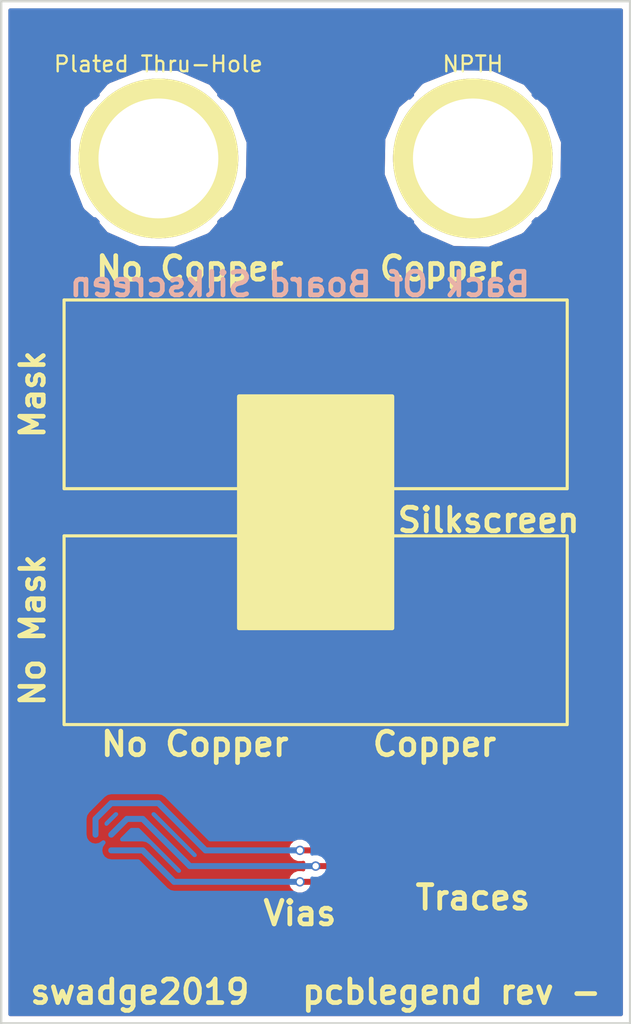
<source format=kicad_pcb>
(kicad_pcb (version 4) (host pcbnew 4.0.2+dfsg1-stable)

  (general
    (links 0)
    (no_connects 0)
    (area 134.924999 94.924999 175.075001 160.075001)
    (thickness 1.6)
    (drawings 25)
    (tracks 26)
    (zones 0)
    (modules 2)
    (nets 1)
  )

  (page A4)
  (layers
    (0 F.Cu signal)
    (31 B.Cu signal)
    (32 B.Adhes user)
    (33 F.Adhes user)
    (34 B.Paste user)
    (35 F.Paste user)
    (36 B.SilkS user)
    (37 F.SilkS user)
    (38 B.Mask user)
    (39 F.Mask user)
    (40 Dwgs.User user)
    (41 Cmts.User user)
    (42 Eco1.User user)
    (43 Eco2.User user)
    (44 Edge.Cuts user)
    (45 Margin user)
    (46 B.CrtYd user)
    (47 F.CrtYd user)
    (48 B.Fab user)
    (49 F.Fab user)
  )

  (setup
    (last_trace_width 0.381)
    (trace_clearance 0.254)
    (zone_clearance 0.381)
    (zone_45_only yes)
    (trace_min 0.2)
    (segment_width 0.2)
    (edge_width 0.15)
    (via_size 0.6)
    (via_drill 0.4)
    (via_min_size 0.4)
    (via_min_drill 0.3)
    (uvia_size 0.3)
    (uvia_drill 0.1)
    (uvias_allowed no)
    (uvia_min_size 0)
    (uvia_min_drill 0)
    (pcb_text_width 0.3)
    (pcb_text_size 1.5 1.5)
    (mod_edge_width 0.15)
    (mod_text_size 1 1)
    (mod_text_width 0.15)
    (pad_size 10.16 10.16)
    (pad_drill 7.62)
    (pad_to_mask_clearance 0.2)
    (aux_axis_origin 0 0)
    (visible_elements FFFFFF7F)
    (pcbplotparams
      (layerselection 0x010fc_80000001)
      (usegerberextensions true)
      (excludeedgelayer true)
      (linewidth 0.100000)
      (plotframeref false)
      (viasonmask false)
      (mode 1)
      (useauxorigin false)
      (hpglpennumber 1)
      (hpglpenspeed 20)
      (hpglpendiameter 15)
      (hpglpenoverlay 2)
      (psnegative false)
      (psa4output false)
      (plotreference true)
      (plotvalue true)
      (plotinvisibletext false)
      (padsonsilk false)
      (subtractmaskfromsilk false)
      (outputformat 1)
      (mirror false)
      (drillshape 0)
      (scaleselection 1)
      (outputdirectory pcbleged-rev-))
  )

  (net 0 "")

  (net_class Default "This is the default net class."
    (clearance 0.254)
    (trace_width 0.381)
    (via_dia 0.6)
    (via_drill 0.4)
    (uvia_dia 0.3)
    (uvia_drill 0.1)
  )

  (module SMTPIN.1 (layer F.Cu) (tedit 5BF45745) (tstamp 5BF456AE)
    (at 145 105)
    (path /5BF45655)
    (fp_text reference P1 (at 0 2.032) (layer F.SilkS)
      (effects (font (size 1 1) (thickness 0.15)))
    )
    (fp_text value "Plated Thru-Hole" (at 0 -6) (layer F.SilkS)
      (effects (font (size 1 1) (thickness 0.15)))
    )
    (pad 1 thru_hole circle (at 0 0) (size 10.16 10.16) (drill 7.62) (layers *.Cu *.Mask F.SilkS))
  )

  (module SMTPIN.1 (layer F.Cu) (tedit 5BF45D6E) (tstamp 5BF45D46)
    (at 165 105)
    (path /5BF45D3B)
    (fp_text reference P2 (at 0 2.032) (layer F.SilkS)
      (effects (font (size 1 1) (thickness 0.15)))
    )
    (fp_text value NPTH (at 0 -6) (layer F.SilkS)
      (effects (font (size 1 1) (thickness 0.15)))
    )
    (pad "" np_thru_hole circle (at 0 0) (size 10.16 10.16) (drill 7.62) (layers *.Cu *.Mask F.SilkS))
  )

  (gr_text "swadge2019   pcblegend rev -" (at 155 158) (layer F.SilkS)
    (effects (font (size 1.5 1.5) (thickness 0.3)))
  )
  (gr_text Vias (at 154 153) (layer F.SilkS)
    (effects (font (size 1.5 1.5) (thickness 0.3)))
  )
  (gr_text Traces (at 165 152) (layer F.SilkS)
    (effects (font (size 1.5 1.5) (thickness 0.3)))
  )
  (gr_text "No Copper" (at 147 112) (layer F.SilkS)
    (effects (font (size 1.5 1.5) (thickness 0.3)))
  )
  (gr_text Copper (at 163 112) (layer F.SilkS)
    (effects (font (size 1.5 1.5) (thickness 0.3)))
  )
  (gr_text "Back of Board No-Soldermask " (at 155 157) (layer B.Mask)
    (effects (font (size 1.5 1.5) (thickness 0.3)) (justify mirror))
  )
  (gr_text "Back Of Board Silkscreen" (at 154 113) (layer B.SilkS)
    (effects (font (size 1.5 1.5) (thickness 0.3)) (justify mirror))
  )
  (gr_text Copper (at 162.56 142.24) (layer F.SilkS)
    (effects (font (size 1.5 1.5) (thickness 0.3)))
  )
  (gr_text "No Copper" (at 147.32 142.24) (layer F.SilkS)
    (effects (font (size 1.5 1.5) (thickness 0.3)))
  )
  (gr_text Silkscreen (at 166 128) (layer F.SilkS)
    (effects (font (size 1.5 1.5) (thickness 0.3)))
  )
  (gr_text "No Mask" (at 137 135 90) (layer F.SilkS)
    (effects (font (size 1.5 1.5) (thickness 0.3)))
  )
  (gr_text Mask (at 137 120 90) (layer F.SilkS)
    (effects (font (size 1.5 1.5) (thickness 0.3)))
  )
  (gr_line (start 139 141) (end 139 129) (angle 90) (layer F.SilkS) (width 0.2))
  (gr_line (start 171 141) (end 139 141) (angle 90) (layer F.SilkS) (width 0.2))
  (gr_line (start 171 129) (end 171 141) (angle 90) (layer F.SilkS) (width 0.2))
  (gr_line (start 139 129) (end 171 129) (angle 90) (layer F.SilkS) (width 0.2))
  (gr_line (start 139 114) (end 139 126) (angle 90) (layer F.SilkS) (width 0.2))
  (gr_line (start 171 114) (end 139 114) (angle 90) (layer F.SilkS) (width 0.2))
  (gr_line (start 171 126) (end 171 114) (angle 90) (layer F.SilkS) (width 0.2))
  (gr_line (start 139 126) (end 171 126) (angle 90) (layer F.SilkS) (width 0.2))
  (gr_line (start 175 95) (end 135 95) (angle 90) (layer Edge.Cuts) (width 0.15))
  (gr_line (start 175 160) (end 175 95) (angle 90) (layer Edge.Cuts) (width 0.15))
  (gr_line (start 135 160) (end 175 160) (angle 90) (layer Edge.Cuts) (width 0.15))
  (gr_line (start 135 160) (end 135 145) (angle 90) (layer Edge.Cuts) (width 0.15))
  (gr_line (start 135 145) (end 135 95) (angle 90) (layer Edge.Cuts) (width 0.15))

  (segment (start 142 149) (end 144 149) (width 0.381) (layer B.Cu) (net 0))
  (segment (start 167 150) (end 169 148) (width 0.381) (layer F.Cu) (net 0) (tstamp 5BF45AF6))
  (segment (start 160 150) (end 167 150) (width 0.381) (layer F.Cu) (net 0) (tstamp 5BF45AF5))
  (segment (start 159 151) (end 160 150) (width 0.381) (layer F.Cu) (net 0) (tstamp 5BF45AF4))
  (segment (start 154 151) (end 159 151) (width 0.381) (layer F.Cu) (net 0) (tstamp 5BF45AF3))
  (via (at 154 151) (size 0.6) (drill 0.4) (layers F.Cu B.Cu) (net 0))
  (segment (start 146 151) (end 154 151) (width 0.381) (layer B.Cu) (net 0) (tstamp 5BF45AF0))
  (segment (start 144 149) (end 146 151) (width 0.381) (layer B.Cu) (net 0) (tstamp 5BF45AED))
  (segment (start 167 148) (end 160 148) (width 0.381) (layer F.Cu) (net 0))
  (segment (start 143 147) (end 142 148) (width 0.381) (layer B.Cu) (net 0) (tstamp 5BF45AD7))
  (segment (start 144 147) (end 143 147) (width 0.381) (layer B.Cu) (net 0) (tstamp 5BF45AD6))
  (segment (start 147 150) (end 144 147) (width 0.381) (layer B.Cu) (net 0) (tstamp 5BF45AD5))
  (segment (start 148 150) (end 147 150) (width 0.381) (layer B.Cu) (net 0) (tstamp 5BF45AD4))
  (segment (start 155 150) (end 148 150) (width 0.381) (layer B.Cu) (net 0) (tstamp 5BF45AD3))
  (via (at 155 150) (size 0.6) (drill 0.4) (layers F.Cu B.Cu) (net 0))
  (segment (start 158 150) (end 155 150) (width 0.381) (layer F.Cu) (net 0) (tstamp 5BF45AD0))
  (segment (start 160 148) (end 158 150) (width 0.381) (layer F.Cu) (net 0) (tstamp 5BF45ACE))
  (segment (start 157 149) (end 159 147) (width 0.381) (layer F.Cu) (net 0))
  (segment (start 154 149) (end 157 149) (width 0.381) (layer F.Cu) (net 0) (tstamp 5BF45AC8))
  (segment (start 141 148) (end 141 147) (width 0.381) (layer B.Cu) (net 0))
  (segment (start 148 149) (end 154 149) (width 0.381) (layer B.Cu) (net 0) (tstamp 5BF45AC3))
  (segment (start 145 146) (end 148 149) (width 0.381) (layer B.Cu) (net 0) (tstamp 5BF45AC2))
  (segment (start 142 146) (end 145 146) (width 0.381) (layer B.Cu) (net 0) (tstamp 5BF45AC1))
  (segment (start 141 147) (end 142 146) (width 0.381) (layer B.Cu) (net 0) (tstamp 5BF45AC0))
  (via (at 154 149) (size 0.6) (drill 0.4) (layers F.Cu B.Cu) (net 0))
  (segment (start 159 147) (end 167 147) (width 0.381) (layer F.Cu) (net 0) (tstamp 5BF45ACB))

  (zone (net 0) (net_name "") (layer F.Cu) (tstamp 5BF456E4) (hatch edge 0.508)
    (connect_pads (clearance 0.381))
    (min_thickness 0.254)
    (fill yes (arc_segments 16) (thermal_gap 0.508) (thermal_bridge_width 0.508))
    (polygon
      (pts
        (xy 135 95) (xy 175 95) (xy 175 160) (xy 135 160)
      )
    )
    (filled_polygon
      (pts
        (xy 174.417 159.417) (xy 135.583 159.417) (xy 135.583 149.160016) (xy 153.19186 149.160016) (xy 153.314611 149.457097)
        (xy 153.541707 149.68459) (xy 153.838574 149.80786) (xy 154.160016 149.80814) (xy 154.214048 149.785815) (xy 154.19214 149.838574)
        (xy 154.19186 150.160016) (xy 154.214185 150.214048) (xy 154.161426 150.19214) (xy 153.839984 150.19186) (xy 153.542903 150.314611)
        (xy 153.31541 150.541707) (xy 153.19214 150.838574) (xy 153.19186 151.160016) (xy 153.314611 151.457097) (xy 153.541707 151.68459)
        (xy 153.838574 151.80786) (xy 154.160016 151.80814) (xy 154.425366 151.6985) (xy 159 151.6985) (xy 159.267305 151.64533)
        (xy 159.493914 151.493914) (xy 160.289328 150.6985) (xy 167 150.6985) (xy 167.267305 150.64533) (xy 167.493914 150.493914)
        (xy 169.493914 148.493914) (xy 169.64533 148.267305) (xy 169.6985 148) (xy 169.64533 147.732695) (xy 169.493914 147.506086)
        (xy 169.267305 147.35467) (xy 169 147.3015) (xy 168.732695 147.35467) (xy 168.506086 147.506086) (xy 166.710672 149.3015)
        (xy 160 149.3015) (xy 159.732696 149.35467) (xy 159.506086 149.506086) (xy 158.710672 150.3015) (xy 158.686328 150.3015)
        (xy 160.289328 148.6985) (xy 167 148.6985) (xy 167.267304 148.64533) (xy 167.493914 148.493914) (xy 167.64533 148.267304)
        (xy 167.6985 148) (xy 167.64533 147.732696) (xy 167.493914 147.506086) (xy 167.484806 147.5) (xy 167.493914 147.493914)
        (xy 167.64533 147.267304) (xy 167.6985 147) (xy 167.64533 146.732696) (xy 167.493914 146.506086) (xy 167.267304 146.35467)
        (xy 167 146.3015) (xy 159 146.3015) (xy 158.732695 146.35467) (xy 158.506086 146.506086) (xy 156.710672 148.3015)
        (xy 154.424794 148.3015) (xy 154.161426 148.19214) (xy 153.839984 148.19186) (xy 153.542903 148.314611) (xy 153.31541 148.541707)
        (xy 153.19214 148.838574) (xy 153.19186 149.160016) (xy 135.583 149.160016) (xy 135.583 130) (xy 139.873 130)
        (xy 139.873 140) (xy 139.881685 140.046159) (xy 139.908965 140.088553) (xy 139.95059 140.116994) (xy 140 140.127)
        (xy 155 140.127) (xy 155.046159 140.118315) (xy 155.088553 140.091035) (xy 155.116994 140.04941) (xy 155.127 140)
        (xy 155.127 130) (xy 155.118315 129.953841) (xy 155.091035 129.911447) (xy 155.04941 129.883006) (xy 155 129.873)
        (xy 140 129.873) (xy 139.953841 129.881685) (xy 139.911447 129.908965) (xy 139.883006 129.95059) (xy 139.873 130)
        (xy 135.583 130) (xy 135.583 115) (xy 139.873 115) (xy 139.873 125) (xy 139.881685 125.046159)
        (xy 139.908965 125.088553) (xy 139.95059 125.116994) (xy 140 125.127) (xy 155 125.127) (xy 155.046159 125.118315)
        (xy 155.088553 125.091035) (xy 155.116994 125.04941) (xy 155.127 125) (xy 155.127 115) (xy 155.118315 114.953841)
        (xy 155.091035 114.911447) (xy 155.04941 114.883006) (xy 155 114.873) (xy 140 114.873) (xy 139.953841 114.881685)
        (xy 139.911447 114.908965) (xy 139.883006 114.95059) (xy 139.873 115) (xy 135.583 115) (xy 135.583 106.036758)
        (xy 139.266011 106.036758) (xy 140.099235 108.152142) (xy 140.212359 108.321444) (xy 140.903172 108.917223) (xy 140.958962 108.861433)
        (xy 141.13841 109.041195) (xy 141.082777 109.096828) (xy 141.678556 109.787641) (xy 143.763537 110.694265) (xy 146.036758 110.733989)
        (xy 148.152142 109.900765) (xy 148.321444 109.787641) (xy 148.917223 109.096828) (xy 148.861433 109.041038) (xy 149.041195 108.86159)
        (xy 149.096828 108.917223) (xy 149.787641 108.321444) (xy 150.694265 106.236463) (xy 150.697754 106.036758) (xy 159.266011 106.036758)
        (xy 160.099235 108.152142) (xy 160.212359 108.321444) (xy 160.903172 108.917223) (xy 160.958962 108.861433) (xy 161.13841 109.041195)
        (xy 161.082777 109.096828) (xy 161.678556 109.787641) (xy 163.763537 110.694265) (xy 166.036758 110.733989) (xy 168.152142 109.900765)
        (xy 168.321444 109.787641) (xy 168.917223 109.096828) (xy 168.861433 109.041038) (xy 169.041195 108.86159) (xy 169.096828 108.917223)
        (xy 169.787641 108.321444) (xy 170.694265 106.236463) (xy 170.733989 103.963242) (xy 169.900765 101.847858) (xy 169.787641 101.678556)
        (xy 169.096828 101.082777) (xy 169.041038 101.138567) (xy 168.86159 100.958805) (xy 168.917223 100.903172) (xy 168.321444 100.212359)
        (xy 166.236463 99.305735) (xy 163.963242 99.266011) (xy 161.847858 100.099235) (xy 161.678556 100.212359) (xy 161.082777 100.903172)
        (xy 161.138567 100.958962) (xy 160.958805 101.13841) (xy 160.903172 101.082777) (xy 160.212359 101.678556) (xy 159.305735 103.763537)
        (xy 159.266011 106.036758) (xy 150.697754 106.036758) (xy 150.733989 103.963242) (xy 149.900765 101.847858) (xy 149.787641 101.678556)
        (xy 149.096828 101.082777) (xy 149.041038 101.138567) (xy 148.86159 100.958805) (xy 148.917223 100.903172) (xy 148.321444 100.212359)
        (xy 146.236463 99.305735) (xy 143.963242 99.266011) (xy 141.847858 100.099235) (xy 141.678556 100.212359) (xy 141.082777 100.903172)
        (xy 141.138567 100.958962) (xy 140.958805 101.13841) (xy 140.903172 101.082777) (xy 140.212359 101.678556) (xy 139.305735 103.763537)
        (xy 139.266011 106.036758) (xy 135.583 106.036758) (xy 135.583 95.583) (xy 174.417 95.583)
      )
    )
    (filled_polygon
      (pts
        (xy 157.710672 149.3015) (xy 157.686328 149.3015) (xy 159.289328 147.6985) (xy 159.313672 147.6985)
      )
    )
  )
  (zone (net 0) (net_name "") (layer B.Cu) (tstamp 5BF456EE) (hatch edge 0.508)
    (connect_pads (clearance 0.381))
    (min_thickness 0.254)
    (fill yes (arc_segments 16) (thermal_gap 0.508) (thermal_bridge_width 0.508))
    (polygon
      (pts
        (xy 135 160) (xy 135 95) (xy 175 95) (xy 175 160)
      )
    )
    (filled_polygon
      (pts
        (xy 174.417 159.417) (xy 135.583 159.417) (xy 135.583 147) (xy 140.3015 147) (xy 140.3015 148)
        (xy 140.35467 148.267304) (xy 140.506086 148.493914) (xy 140.732696 148.64533) (xy 141 148.6985) (xy 141.267304 148.64533)
        (xy 141.493914 148.493914) (xy 141.5 148.484806) (xy 141.506086 148.493914) (xy 141.515194 148.5) (xy 141.506086 148.506086)
        (xy 141.35467 148.732696) (xy 141.3015 149) (xy 141.35467 149.267304) (xy 141.506086 149.493914) (xy 141.732696 149.64533)
        (xy 142 149.6985) (xy 143.710672 149.6985) (xy 145.506086 151.493914) (xy 145.732695 151.64533) (xy 146 151.6985)
        (xy 153.575206 151.6985) (xy 153.838574 151.80786) (xy 154.160016 151.80814) (xy 154.457097 151.685389) (xy 154.68459 151.458293)
        (xy 154.80786 151.161426) (xy 154.80814 150.839984) (xy 154.785815 150.785952) (xy 154.838574 150.80786) (xy 155.160016 150.80814)
        (xy 155.457097 150.685389) (xy 155.68459 150.458293) (xy 155.80786 150.161426) (xy 155.80814 149.839984) (xy 155.685389 149.542903)
        (xy 155.458293 149.31541) (xy 155.161426 149.19214) (xy 154.839984 149.19186) (xy 154.785952 149.214185) (xy 154.80786 149.161426)
        (xy 154.80814 148.839984) (xy 154.685389 148.542903) (xy 154.458293 148.31541) (xy 154.161426 148.19214) (xy 153.839984 148.19186)
        (xy 153.574634 148.3015) (xy 148.289328 148.3015) (xy 145.493914 145.506086) (xy 145.267305 145.35467) (xy 145 145.3015)
        (xy 142 145.3015) (xy 141.732696 145.35467) (xy 141.506086 145.506086) (xy 140.506086 146.506086) (xy 140.35467 146.732695)
        (xy 140.35467 146.732696) (xy 140.3015 147) (xy 135.583 147) (xy 135.583 106.036758) (xy 139.266011 106.036758)
        (xy 140.099235 108.152142) (xy 140.212359 108.321444) (xy 140.903172 108.917223) (xy 140.958962 108.861433) (xy 141.13841 109.041195)
        (xy 141.082777 109.096828) (xy 141.678556 109.787641) (xy 143.763537 110.694265) (xy 146.036758 110.733989) (xy 148.152142 109.900765)
        (xy 148.321444 109.787641) (xy 148.917223 109.096828) (xy 148.861433 109.041038) (xy 149.041195 108.86159) (xy 149.096828 108.917223)
        (xy 149.787641 108.321444) (xy 150.694265 106.236463) (xy 150.697754 106.036758) (xy 159.266011 106.036758) (xy 160.099235 108.152142)
        (xy 160.212359 108.321444) (xy 160.903172 108.917223) (xy 160.958962 108.861433) (xy 161.13841 109.041195) (xy 161.082777 109.096828)
        (xy 161.678556 109.787641) (xy 163.763537 110.694265) (xy 166.036758 110.733989) (xy 168.152142 109.900765) (xy 168.321444 109.787641)
        (xy 168.917223 109.096828) (xy 168.861433 109.041038) (xy 169.041195 108.86159) (xy 169.096828 108.917223) (xy 169.787641 108.321444)
        (xy 170.694265 106.236463) (xy 170.733989 103.963242) (xy 169.900765 101.847858) (xy 169.787641 101.678556) (xy 169.096828 101.082777)
        (xy 169.041038 101.138567) (xy 168.86159 100.958805) (xy 168.917223 100.903172) (xy 168.321444 100.212359) (xy 166.236463 99.305735)
        (xy 163.963242 99.266011) (xy 161.847858 100.099235) (xy 161.678556 100.212359) (xy 161.082777 100.903172) (xy 161.138567 100.958962)
        (xy 160.958805 101.13841) (xy 160.903172 101.082777) (xy 160.212359 101.678556) (xy 159.305735 103.763537) (xy 159.266011 106.036758)
        (xy 150.697754 106.036758) (xy 150.733989 103.963242) (xy 149.900765 101.847858) (xy 149.787641 101.678556) (xy 149.096828 101.082777)
        (xy 149.041038 101.138567) (xy 148.86159 100.958805) (xy 148.917223 100.903172) (xy 148.321444 100.212359) (xy 146.236463 99.305735)
        (xy 143.963242 99.266011) (xy 141.847858 100.099235) (xy 141.678556 100.212359) (xy 141.082777 100.903172) (xy 141.138567 100.958962)
        (xy 140.958805 101.13841) (xy 140.903172 101.082777) (xy 140.212359 101.678556) (xy 139.305735 103.763537) (xy 139.266011 106.036758)
        (xy 135.583 106.036758) (xy 135.583 95.583) (xy 174.417 95.583)
      )
    )
    (filled_polygon
      (pts
        (xy 146.313672 150.3015) (xy 146.289328 150.3015) (xy 144.493914 148.506086) (xy 144.267305 148.35467) (xy 144 148.3015)
        (xy 142.686328 148.3015) (xy 143.289328 147.6985) (xy 143.710672 147.6985)
      )
    )
    (filled_polygon
      (pts
        (xy 147.313672 149.3015) (xy 147.289328 149.3015) (xy 144.686328 146.6985) (xy 144.710672 146.6985)
      )
    )
    (filled_polygon
      (pts
        (xy 141.6985 147.313672) (xy 141.6985 147.289328) (xy 142.289328 146.6985) (xy 142.313672 146.6985)
      )
    )
  )
  (zone (net 0) (net_name "") (layer F.Cu) (tstamp 5BF4579C) (hatch edge 0.508)
    (connect_pads (clearance 0.381))
    (min_thickness 0.254)
    (keepout (tracks not_allowed) (vias not_allowed) (copperpour not_allowed))
    (fill (arc_segments 16) (thermal_gap 0.508) (thermal_bridge_width 0.508))
    (polygon
      (pts
        (xy 140 115) (xy 155 115) (xy 155 125) (xy 140 125)
      )
    )
  )
  (zone (net 0) (net_name "") (layer F.Cu) (tstamp 5BF457B5) (hatch edge 0.508)
    (connect_pads (clearance 0.381))
    (min_thickness 0.254)
    (keepout (tracks not_allowed) (vias not_allowed) (copperpour not_allowed))
    (fill (arc_segments 16) (thermal_gap 0.508) (thermal_bridge_width 0.508))
    (polygon
      (pts
        (xy 140 130) (xy 155 130) (xy 155 140) (xy 140 140)
      )
    )
  )
  (zone (net 0) (net_name "") (layer F.Mask) (tstamp 5BF45815) (hatch edge 0.508)
    (connect_pads (clearance 0.381))
    (min_thickness 0.254)
    (fill yes (arc_segments 16) (thermal_gap 0.508) (thermal_bridge_width 0.508))
    (polygon
      (pts
        (xy 140 130) (xy 170 130) (xy 170 140) (xy 140 140)
      )
    )
    (filled_polygon
      (pts
        (xy 169.873 139.873) (xy 140.127 139.873) (xy 140.127 130.127) (xy 169.873 130.127)
      )
    )
  )
  (zone (net 0) (net_name "") (layer F.SilkS) (tstamp 5BF45855) (hatch edge 0.508)
    (connect_pads (clearance 0.381))
    (min_thickness 0.254)
    (fill yes (arc_segments 16) (thermal_gap 0.508) (thermal_bridge_width 0.508))
    (polygon
      (pts
        (xy 150 120) (xy 160 120) (xy 160 135) (xy 150 135)
      )
    )
    (filled_polygon
      (pts
        (xy 159.873 134.873) (xy 150.127 134.873) (xy 150.127 120.127) (xy 159.873 120.127)
      )
    )
  )
)

</source>
